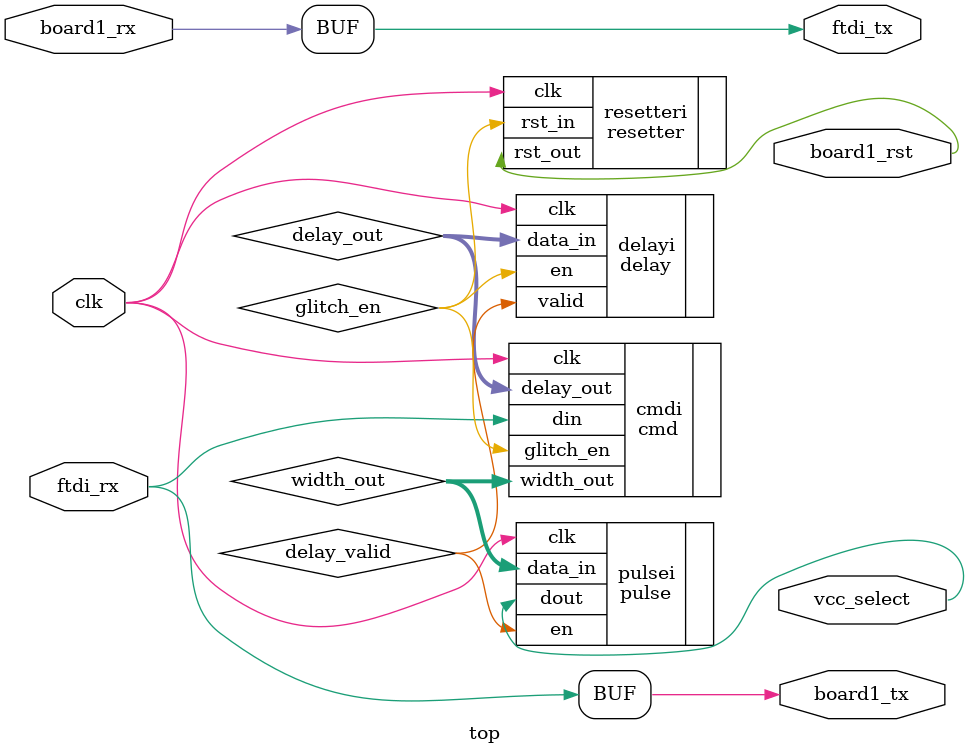
<source format=v>

module top (

    input wire clk,
    input wire ftdi_rx,
    input wire board1_rx,
    output wire ftdi_tx,
    output wire board1_tx,
    output wire board1_rst,
    output wire vcc_select
);

assign ftdi_tx = board1_rx;
assign board1_tx = ftdi_rx;

wire glitch_en; 
wire [15:0] delay_out;
wire [7:0] width_out;
wire delay_valid;


cmd cmdi(
    .clk(clk),
    .din(ftdi_rx),
    .glitch_en(glitch_en),
    .delay_out(delay_out),
    .width_out(width_out)
);

resetter resetteri (
    .clk(clk),
    .rst_in(glitch_en),
    .rst_out(board1_rst)
);


delay delayi (
   .clk(clk),
   .en(glitch_en),
   .data_in(delay_out),
   .valid(delay_valid)
);


pulse pulsei (
    .clk(clk),
    .en(delay_valid),
    .data_in(width_out),
    .dout(vcc_select)
);



endmodule 
</source>
